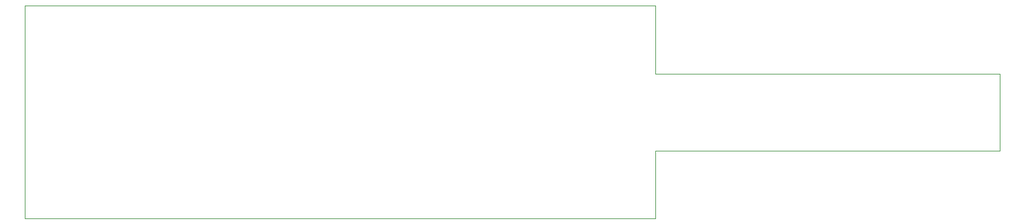
<source format=gbr>
%TF.GenerationSoftware,KiCad,Pcbnew,(6.0.6)*%
%TF.CreationDate,2022-07-11T04:45:58+02:00*%
%TF.ProjectId,ESP32_DevKit_C_v4-AZDelivery_Breadboard_Adapter,45535033-325f-4446-9576-4b69745f435f,rev?*%
%TF.SameCoordinates,Original*%
%TF.FileFunction,Profile,NP*%
%FSLAX46Y46*%
G04 Gerber Fmt 4.6, Leading zero omitted, Abs format (unit mm)*
G04 Created by KiCad (PCBNEW (6.0.6)) date 2022-07-11 04:45:58*
%MOMM*%
%LPD*%
G01*
G04 APERTURE LIST*
%TA.AperFunction,Profile*%
%ADD10C,0.100000*%
%TD*%
G04 APERTURE END LIST*
D10*
X206900000Y-72590000D02*
X207200000Y-72590000D01*
X74200000Y-81790000D02*
X160200000Y-81790000D01*
X207200000Y-62040000D02*
X160200000Y-62040000D01*
X74200000Y-52790000D02*
X74200000Y-81790000D01*
X160200000Y-81790000D02*
X160200000Y-72590000D01*
X160200000Y-72590000D02*
X206900000Y-72590000D01*
X160200000Y-62040000D02*
X160200000Y-52790000D01*
X207200000Y-72590000D02*
X207200000Y-62040000D01*
X160200000Y-52790000D02*
X74200000Y-52790000D01*
M02*

</source>
